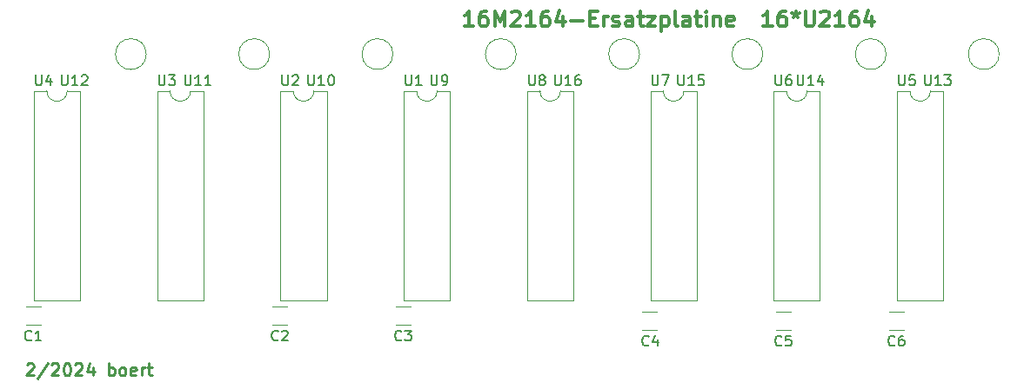
<source format=gbr>
%TF.GenerationSoftware,KiCad,Pcbnew,7.0.10*%
%TF.CreationDate,2024-02-06T22:07:37+01:00*%
%TF.ProjectId,16M2164_Ersatz_16dRAM,31364d32-3136-4345-9f45-727361747a5f,1*%
%TF.SameCoordinates,Original*%
%TF.FileFunction,Legend,Top*%
%TF.FilePolarity,Positive*%
%FSLAX46Y46*%
G04 Gerber Fmt 4.6, Leading zero omitted, Abs format (unit mm)*
G04 Created by KiCad (PCBNEW 7.0.10) date 2024-02-06 22:07:37*
%MOMM*%
%LPD*%
G01*
G04 APERTURE LIST*
%ADD10C,0.250000*%
%ADD11C,0.300000*%
%ADD12C,0.150000*%
%ADD13C,0.120000*%
G04 APERTURE END LIST*
D10*
X100133044Y-120254428D02*
X100190187Y-120197285D01*
X100190187Y-120197285D02*
X100304473Y-120140142D01*
X100304473Y-120140142D02*
X100590187Y-120140142D01*
X100590187Y-120140142D02*
X100704473Y-120197285D01*
X100704473Y-120197285D02*
X100761615Y-120254428D01*
X100761615Y-120254428D02*
X100818758Y-120368714D01*
X100818758Y-120368714D02*
X100818758Y-120483000D01*
X100818758Y-120483000D02*
X100761615Y-120654428D01*
X100761615Y-120654428D02*
X100075901Y-121340142D01*
X100075901Y-121340142D02*
X100818758Y-121340142D01*
X102190187Y-120083000D02*
X101161615Y-121625857D01*
X102533044Y-120254428D02*
X102590187Y-120197285D01*
X102590187Y-120197285D02*
X102704473Y-120140142D01*
X102704473Y-120140142D02*
X102990187Y-120140142D01*
X102990187Y-120140142D02*
X103104473Y-120197285D01*
X103104473Y-120197285D02*
X103161615Y-120254428D01*
X103161615Y-120254428D02*
X103218758Y-120368714D01*
X103218758Y-120368714D02*
X103218758Y-120483000D01*
X103218758Y-120483000D02*
X103161615Y-120654428D01*
X103161615Y-120654428D02*
X102475901Y-121340142D01*
X102475901Y-121340142D02*
X103218758Y-121340142D01*
X103961615Y-120140142D02*
X104075901Y-120140142D01*
X104075901Y-120140142D02*
X104190187Y-120197285D01*
X104190187Y-120197285D02*
X104247330Y-120254428D01*
X104247330Y-120254428D02*
X104304472Y-120368714D01*
X104304472Y-120368714D02*
X104361615Y-120597285D01*
X104361615Y-120597285D02*
X104361615Y-120883000D01*
X104361615Y-120883000D02*
X104304472Y-121111571D01*
X104304472Y-121111571D02*
X104247330Y-121225857D01*
X104247330Y-121225857D02*
X104190187Y-121283000D01*
X104190187Y-121283000D02*
X104075901Y-121340142D01*
X104075901Y-121340142D02*
X103961615Y-121340142D01*
X103961615Y-121340142D02*
X103847330Y-121283000D01*
X103847330Y-121283000D02*
X103790187Y-121225857D01*
X103790187Y-121225857D02*
X103733044Y-121111571D01*
X103733044Y-121111571D02*
X103675901Y-120883000D01*
X103675901Y-120883000D02*
X103675901Y-120597285D01*
X103675901Y-120597285D02*
X103733044Y-120368714D01*
X103733044Y-120368714D02*
X103790187Y-120254428D01*
X103790187Y-120254428D02*
X103847330Y-120197285D01*
X103847330Y-120197285D02*
X103961615Y-120140142D01*
X104818758Y-120254428D02*
X104875901Y-120197285D01*
X104875901Y-120197285D02*
X104990187Y-120140142D01*
X104990187Y-120140142D02*
X105275901Y-120140142D01*
X105275901Y-120140142D02*
X105390187Y-120197285D01*
X105390187Y-120197285D02*
X105447329Y-120254428D01*
X105447329Y-120254428D02*
X105504472Y-120368714D01*
X105504472Y-120368714D02*
X105504472Y-120483000D01*
X105504472Y-120483000D02*
X105447329Y-120654428D01*
X105447329Y-120654428D02*
X104761615Y-121340142D01*
X104761615Y-121340142D02*
X105504472Y-121340142D01*
X106533044Y-120540142D02*
X106533044Y-121340142D01*
X106247329Y-120083000D02*
X105961615Y-120940142D01*
X105961615Y-120940142D02*
X106704472Y-120940142D01*
X108075901Y-121340142D02*
X108075901Y-120140142D01*
X108075901Y-120597285D02*
X108190187Y-120540142D01*
X108190187Y-120540142D02*
X108418758Y-120540142D01*
X108418758Y-120540142D02*
X108533044Y-120597285D01*
X108533044Y-120597285D02*
X108590187Y-120654428D01*
X108590187Y-120654428D02*
X108647329Y-120768714D01*
X108647329Y-120768714D02*
X108647329Y-121111571D01*
X108647329Y-121111571D02*
X108590187Y-121225857D01*
X108590187Y-121225857D02*
X108533044Y-121283000D01*
X108533044Y-121283000D02*
X108418758Y-121340142D01*
X108418758Y-121340142D02*
X108190187Y-121340142D01*
X108190187Y-121340142D02*
X108075901Y-121283000D01*
X109333043Y-121340142D02*
X109218758Y-121283000D01*
X109218758Y-121283000D02*
X109161615Y-121225857D01*
X109161615Y-121225857D02*
X109104472Y-121111571D01*
X109104472Y-121111571D02*
X109104472Y-120768714D01*
X109104472Y-120768714D02*
X109161615Y-120654428D01*
X109161615Y-120654428D02*
X109218758Y-120597285D01*
X109218758Y-120597285D02*
X109333043Y-120540142D01*
X109333043Y-120540142D02*
X109504472Y-120540142D01*
X109504472Y-120540142D02*
X109618758Y-120597285D01*
X109618758Y-120597285D02*
X109675901Y-120654428D01*
X109675901Y-120654428D02*
X109733043Y-120768714D01*
X109733043Y-120768714D02*
X109733043Y-121111571D01*
X109733043Y-121111571D02*
X109675901Y-121225857D01*
X109675901Y-121225857D02*
X109618758Y-121283000D01*
X109618758Y-121283000D02*
X109504472Y-121340142D01*
X109504472Y-121340142D02*
X109333043Y-121340142D01*
X110704472Y-121283000D02*
X110590186Y-121340142D01*
X110590186Y-121340142D02*
X110361615Y-121340142D01*
X110361615Y-121340142D02*
X110247329Y-121283000D01*
X110247329Y-121283000D02*
X110190186Y-121168714D01*
X110190186Y-121168714D02*
X110190186Y-120711571D01*
X110190186Y-120711571D02*
X110247329Y-120597285D01*
X110247329Y-120597285D02*
X110361615Y-120540142D01*
X110361615Y-120540142D02*
X110590186Y-120540142D01*
X110590186Y-120540142D02*
X110704472Y-120597285D01*
X110704472Y-120597285D02*
X110761615Y-120711571D01*
X110761615Y-120711571D02*
X110761615Y-120825857D01*
X110761615Y-120825857D02*
X110190186Y-120940142D01*
X111275900Y-121340142D02*
X111275900Y-120540142D01*
X111275900Y-120768714D02*
X111333043Y-120654428D01*
X111333043Y-120654428D02*
X111390186Y-120597285D01*
X111390186Y-120597285D02*
X111504471Y-120540142D01*
X111504471Y-120540142D02*
X111618757Y-120540142D01*
X111847328Y-120540142D02*
X112304471Y-120540142D01*
X112018757Y-120140142D02*
X112018757Y-121168714D01*
X112018757Y-121168714D02*
X112075900Y-121283000D01*
X112075900Y-121283000D02*
X112190185Y-121340142D01*
X112190185Y-121340142D02*
X112304471Y-121340142D01*
D11*
X143580225Y-87300828D02*
X142723082Y-87300828D01*
X143151653Y-87300828D02*
X143151653Y-85800828D01*
X143151653Y-85800828D02*
X143008796Y-86015114D01*
X143008796Y-86015114D02*
X142865939Y-86157971D01*
X142865939Y-86157971D02*
X142723082Y-86229400D01*
X144865939Y-85800828D02*
X144580224Y-85800828D01*
X144580224Y-85800828D02*
X144437367Y-85872257D01*
X144437367Y-85872257D02*
X144365939Y-85943685D01*
X144365939Y-85943685D02*
X144223081Y-86157971D01*
X144223081Y-86157971D02*
X144151653Y-86443685D01*
X144151653Y-86443685D02*
X144151653Y-87015114D01*
X144151653Y-87015114D02*
X144223081Y-87157971D01*
X144223081Y-87157971D02*
X144294510Y-87229400D01*
X144294510Y-87229400D02*
X144437367Y-87300828D01*
X144437367Y-87300828D02*
X144723081Y-87300828D01*
X144723081Y-87300828D02*
X144865939Y-87229400D01*
X144865939Y-87229400D02*
X144937367Y-87157971D01*
X144937367Y-87157971D02*
X145008796Y-87015114D01*
X145008796Y-87015114D02*
X145008796Y-86657971D01*
X145008796Y-86657971D02*
X144937367Y-86515114D01*
X144937367Y-86515114D02*
X144865939Y-86443685D01*
X144865939Y-86443685D02*
X144723081Y-86372257D01*
X144723081Y-86372257D02*
X144437367Y-86372257D01*
X144437367Y-86372257D02*
X144294510Y-86443685D01*
X144294510Y-86443685D02*
X144223081Y-86515114D01*
X144223081Y-86515114D02*
X144151653Y-86657971D01*
X145651652Y-87300828D02*
X145651652Y-85800828D01*
X145651652Y-85800828D02*
X146151652Y-86872257D01*
X146151652Y-86872257D02*
X146651652Y-85800828D01*
X146651652Y-85800828D02*
X146651652Y-87300828D01*
X147294510Y-85943685D02*
X147365938Y-85872257D01*
X147365938Y-85872257D02*
X147508796Y-85800828D01*
X147508796Y-85800828D02*
X147865938Y-85800828D01*
X147865938Y-85800828D02*
X148008796Y-85872257D01*
X148008796Y-85872257D02*
X148080224Y-85943685D01*
X148080224Y-85943685D02*
X148151653Y-86086542D01*
X148151653Y-86086542D02*
X148151653Y-86229400D01*
X148151653Y-86229400D02*
X148080224Y-86443685D01*
X148080224Y-86443685D02*
X147223081Y-87300828D01*
X147223081Y-87300828D02*
X148151653Y-87300828D01*
X149580224Y-87300828D02*
X148723081Y-87300828D01*
X149151652Y-87300828D02*
X149151652Y-85800828D01*
X149151652Y-85800828D02*
X149008795Y-86015114D01*
X149008795Y-86015114D02*
X148865938Y-86157971D01*
X148865938Y-86157971D02*
X148723081Y-86229400D01*
X150865938Y-85800828D02*
X150580223Y-85800828D01*
X150580223Y-85800828D02*
X150437366Y-85872257D01*
X150437366Y-85872257D02*
X150365938Y-85943685D01*
X150365938Y-85943685D02*
X150223080Y-86157971D01*
X150223080Y-86157971D02*
X150151652Y-86443685D01*
X150151652Y-86443685D02*
X150151652Y-87015114D01*
X150151652Y-87015114D02*
X150223080Y-87157971D01*
X150223080Y-87157971D02*
X150294509Y-87229400D01*
X150294509Y-87229400D02*
X150437366Y-87300828D01*
X150437366Y-87300828D02*
X150723080Y-87300828D01*
X150723080Y-87300828D02*
X150865938Y-87229400D01*
X150865938Y-87229400D02*
X150937366Y-87157971D01*
X150937366Y-87157971D02*
X151008795Y-87015114D01*
X151008795Y-87015114D02*
X151008795Y-86657971D01*
X151008795Y-86657971D02*
X150937366Y-86515114D01*
X150937366Y-86515114D02*
X150865938Y-86443685D01*
X150865938Y-86443685D02*
X150723080Y-86372257D01*
X150723080Y-86372257D02*
X150437366Y-86372257D01*
X150437366Y-86372257D02*
X150294509Y-86443685D01*
X150294509Y-86443685D02*
X150223080Y-86515114D01*
X150223080Y-86515114D02*
X150151652Y-86657971D01*
X152294509Y-86300828D02*
X152294509Y-87300828D01*
X151937366Y-85729400D02*
X151580223Y-86800828D01*
X151580223Y-86800828D02*
X152508794Y-86800828D01*
X153080222Y-86729400D02*
X154223080Y-86729400D01*
X154937365Y-86515114D02*
X155437365Y-86515114D01*
X155651651Y-87300828D02*
X154937365Y-87300828D01*
X154937365Y-87300828D02*
X154937365Y-85800828D01*
X154937365Y-85800828D02*
X155651651Y-85800828D01*
X156294508Y-87300828D02*
X156294508Y-86300828D01*
X156294508Y-86586542D02*
X156365937Y-86443685D01*
X156365937Y-86443685D02*
X156437366Y-86372257D01*
X156437366Y-86372257D02*
X156580223Y-86300828D01*
X156580223Y-86300828D02*
X156723080Y-86300828D01*
X157151651Y-87229400D02*
X157294508Y-87300828D01*
X157294508Y-87300828D02*
X157580222Y-87300828D01*
X157580222Y-87300828D02*
X157723079Y-87229400D01*
X157723079Y-87229400D02*
X157794508Y-87086542D01*
X157794508Y-87086542D02*
X157794508Y-87015114D01*
X157794508Y-87015114D02*
X157723079Y-86872257D01*
X157723079Y-86872257D02*
X157580222Y-86800828D01*
X157580222Y-86800828D02*
X157365937Y-86800828D01*
X157365937Y-86800828D02*
X157223079Y-86729400D01*
X157223079Y-86729400D02*
X157151651Y-86586542D01*
X157151651Y-86586542D02*
X157151651Y-86515114D01*
X157151651Y-86515114D02*
X157223079Y-86372257D01*
X157223079Y-86372257D02*
X157365937Y-86300828D01*
X157365937Y-86300828D02*
X157580222Y-86300828D01*
X157580222Y-86300828D02*
X157723079Y-86372257D01*
X159080223Y-87300828D02*
X159080223Y-86515114D01*
X159080223Y-86515114D02*
X159008794Y-86372257D01*
X159008794Y-86372257D02*
X158865937Y-86300828D01*
X158865937Y-86300828D02*
X158580223Y-86300828D01*
X158580223Y-86300828D02*
X158437365Y-86372257D01*
X159080223Y-87229400D02*
X158937365Y-87300828D01*
X158937365Y-87300828D02*
X158580223Y-87300828D01*
X158580223Y-87300828D02*
X158437365Y-87229400D01*
X158437365Y-87229400D02*
X158365937Y-87086542D01*
X158365937Y-87086542D02*
X158365937Y-86943685D01*
X158365937Y-86943685D02*
X158437365Y-86800828D01*
X158437365Y-86800828D02*
X158580223Y-86729400D01*
X158580223Y-86729400D02*
X158937365Y-86729400D01*
X158937365Y-86729400D02*
X159080223Y-86657971D01*
X159580223Y-86300828D02*
X160151651Y-86300828D01*
X159794508Y-85800828D02*
X159794508Y-87086542D01*
X159794508Y-87086542D02*
X159865937Y-87229400D01*
X159865937Y-87229400D02*
X160008794Y-87300828D01*
X160008794Y-87300828D02*
X160151651Y-87300828D01*
X160508794Y-86300828D02*
X161294509Y-86300828D01*
X161294509Y-86300828D02*
X160508794Y-87300828D01*
X160508794Y-87300828D02*
X161294509Y-87300828D01*
X161865937Y-86300828D02*
X161865937Y-87800828D01*
X161865937Y-86372257D02*
X162008795Y-86300828D01*
X162008795Y-86300828D02*
X162294509Y-86300828D01*
X162294509Y-86300828D02*
X162437366Y-86372257D01*
X162437366Y-86372257D02*
X162508795Y-86443685D01*
X162508795Y-86443685D02*
X162580223Y-86586542D01*
X162580223Y-86586542D02*
X162580223Y-87015114D01*
X162580223Y-87015114D02*
X162508795Y-87157971D01*
X162508795Y-87157971D02*
X162437366Y-87229400D01*
X162437366Y-87229400D02*
X162294509Y-87300828D01*
X162294509Y-87300828D02*
X162008795Y-87300828D01*
X162008795Y-87300828D02*
X161865937Y-87229400D01*
X163437366Y-87300828D02*
X163294509Y-87229400D01*
X163294509Y-87229400D02*
X163223080Y-87086542D01*
X163223080Y-87086542D02*
X163223080Y-85800828D01*
X164651652Y-87300828D02*
X164651652Y-86515114D01*
X164651652Y-86515114D02*
X164580223Y-86372257D01*
X164580223Y-86372257D02*
X164437366Y-86300828D01*
X164437366Y-86300828D02*
X164151652Y-86300828D01*
X164151652Y-86300828D02*
X164008794Y-86372257D01*
X164651652Y-87229400D02*
X164508794Y-87300828D01*
X164508794Y-87300828D02*
X164151652Y-87300828D01*
X164151652Y-87300828D02*
X164008794Y-87229400D01*
X164008794Y-87229400D02*
X163937366Y-87086542D01*
X163937366Y-87086542D02*
X163937366Y-86943685D01*
X163937366Y-86943685D02*
X164008794Y-86800828D01*
X164008794Y-86800828D02*
X164151652Y-86729400D01*
X164151652Y-86729400D02*
X164508794Y-86729400D01*
X164508794Y-86729400D02*
X164651652Y-86657971D01*
X165151652Y-86300828D02*
X165723080Y-86300828D01*
X165365937Y-85800828D02*
X165365937Y-87086542D01*
X165365937Y-87086542D02*
X165437366Y-87229400D01*
X165437366Y-87229400D02*
X165580223Y-87300828D01*
X165580223Y-87300828D02*
X165723080Y-87300828D01*
X166223080Y-87300828D02*
X166223080Y-86300828D01*
X166223080Y-85800828D02*
X166151652Y-85872257D01*
X166151652Y-85872257D02*
X166223080Y-85943685D01*
X166223080Y-85943685D02*
X166294509Y-85872257D01*
X166294509Y-85872257D02*
X166223080Y-85800828D01*
X166223080Y-85800828D02*
X166223080Y-85943685D01*
X166937366Y-86300828D02*
X166937366Y-87300828D01*
X166937366Y-86443685D02*
X167008795Y-86372257D01*
X167008795Y-86372257D02*
X167151652Y-86300828D01*
X167151652Y-86300828D02*
X167365938Y-86300828D01*
X167365938Y-86300828D02*
X167508795Y-86372257D01*
X167508795Y-86372257D02*
X167580224Y-86515114D01*
X167580224Y-86515114D02*
X167580224Y-87300828D01*
X168865938Y-87229400D02*
X168723081Y-87300828D01*
X168723081Y-87300828D02*
X168437367Y-87300828D01*
X168437367Y-87300828D02*
X168294509Y-87229400D01*
X168294509Y-87229400D02*
X168223081Y-87086542D01*
X168223081Y-87086542D02*
X168223081Y-86515114D01*
X168223081Y-86515114D02*
X168294509Y-86372257D01*
X168294509Y-86372257D02*
X168437367Y-86300828D01*
X168437367Y-86300828D02*
X168723081Y-86300828D01*
X168723081Y-86300828D02*
X168865938Y-86372257D01*
X168865938Y-86372257D02*
X168937367Y-86515114D01*
X168937367Y-86515114D02*
X168937367Y-86657971D01*
X168937367Y-86657971D02*
X168223081Y-86800828D01*
X172651652Y-87300828D02*
X171794509Y-87300828D01*
X172223080Y-87300828D02*
X172223080Y-85800828D01*
X172223080Y-85800828D02*
X172080223Y-86015114D01*
X172080223Y-86015114D02*
X171937366Y-86157971D01*
X171937366Y-86157971D02*
X171794509Y-86229400D01*
X173937366Y-85800828D02*
X173651651Y-85800828D01*
X173651651Y-85800828D02*
X173508794Y-85872257D01*
X173508794Y-85872257D02*
X173437366Y-85943685D01*
X173437366Y-85943685D02*
X173294508Y-86157971D01*
X173294508Y-86157971D02*
X173223080Y-86443685D01*
X173223080Y-86443685D02*
X173223080Y-87015114D01*
X173223080Y-87015114D02*
X173294508Y-87157971D01*
X173294508Y-87157971D02*
X173365937Y-87229400D01*
X173365937Y-87229400D02*
X173508794Y-87300828D01*
X173508794Y-87300828D02*
X173794508Y-87300828D01*
X173794508Y-87300828D02*
X173937366Y-87229400D01*
X173937366Y-87229400D02*
X174008794Y-87157971D01*
X174008794Y-87157971D02*
X174080223Y-87015114D01*
X174080223Y-87015114D02*
X174080223Y-86657971D01*
X174080223Y-86657971D02*
X174008794Y-86515114D01*
X174008794Y-86515114D02*
X173937366Y-86443685D01*
X173937366Y-86443685D02*
X173794508Y-86372257D01*
X173794508Y-86372257D02*
X173508794Y-86372257D01*
X173508794Y-86372257D02*
X173365937Y-86443685D01*
X173365937Y-86443685D02*
X173294508Y-86515114D01*
X173294508Y-86515114D02*
X173223080Y-86657971D01*
X174937365Y-85800828D02*
X174937365Y-86157971D01*
X174580222Y-86015114D02*
X174937365Y-86157971D01*
X174937365Y-86157971D02*
X175294508Y-86015114D01*
X174723079Y-86443685D02*
X174937365Y-86157971D01*
X174937365Y-86157971D02*
X175151651Y-86443685D01*
X175865936Y-85800828D02*
X175865936Y-87015114D01*
X175865936Y-87015114D02*
X175937365Y-87157971D01*
X175937365Y-87157971D02*
X176008794Y-87229400D01*
X176008794Y-87229400D02*
X176151651Y-87300828D01*
X176151651Y-87300828D02*
X176437365Y-87300828D01*
X176437365Y-87300828D02*
X176580222Y-87229400D01*
X176580222Y-87229400D02*
X176651651Y-87157971D01*
X176651651Y-87157971D02*
X176723079Y-87015114D01*
X176723079Y-87015114D02*
X176723079Y-85800828D01*
X177365937Y-85943685D02*
X177437365Y-85872257D01*
X177437365Y-85872257D02*
X177580223Y-85800828D01*
X177580223Y-85800828D02*
X177937365Y-85800828D01*
X177937365Y-85800828D02*
X178080223Y-85872257D01*
X178080223Y-85872257D02*
X178151651Y-85943685D01*
X178151651Y-85943685D02*
X178223080Y-86086542D01*
X178223080Y-86086542D02*
X178223080Y-86229400D01*
X178223080Y-86229400D02*
X178151651Y-86443685D01*
X178151651Y-86443685D02*
X177294508Y-87300828D01*
X177294508Y-87300828D02*
X178223080Y-87300828D01*
X179651651Y-87300828D02*
X178794508Y-87300828D01*
X179223079Y-87300828D02*
X179223079Y-85800828D01*
X179223079Y-85800828D02*
X179080222Y-86015114D01*
X179080222Y-86015114D02*
X178937365Y-86157971D01*
X178937365Y-86157971D02*
X178794508Y-86229400D01*
X180937365Y-85800828D02*
X180651650Y-85800828D01*
X180651650Y-85800828D02*
X180508793Y-85872257D01*
X180508793Y-85872257D02*
X180437365Y-85943685D01*
X180437365Y-85943685D02*
X180294507Y-86157971D01*
X180294507Y-86157971D02*
X180223079Y-86443685D01*
X180223079Y-86443685D02*
X180223079Y-87015114D01*
X180223079Y-87015114D02*
X180294507Y-87157971D01*
X180294507Y-87157971D02*
X180365936Y-87229400D01*
X180365936Y-87229400D02*
X180508793Y-87300828D01*
X180508793Y-87300828D02*
X180794507Y-87300828D01*
X180794507Y-87300828D02*
X180937365Y-87229400D01*
X180937365Y-87229400D02*
X181008793Y-87157971D01*
X181008793Y-87157971D02*
X181080222Y-87015114D01*
X181080222Y-87015114D02*
X181080222Y-86657971D01*
X181080222Y-86657971D02*
X181008793Y-86515114D01*
X181008793Y-86515114D02*
X180937365Y-86443685D01*
X180937365Y-86443685D02*
X180794507Y-86372257D01*
X180794507Y-86372257D02*
X180508793Y-86372257D01*
X180508793Y-86372257D02*
X180365936Y-86443685D01*
X180365936Y-86443685D02*
X180294507Y-86515114D01*
X180294507Y-86515114D02*
X180223079Y-86657971D01*
X182365936Y-86300828D02*
X182365936Y-87300828D01*
X182008793Y-85729400D02*
X181651650Y-86800828D01*
X181651650Y-86800828D02*
X182580221Y-86800828D01*
D12*
X173573333Y-118359580D02*
X173525714Y-118407200D01*
X173525714Y-118407200D02*
X173382857Y-118454819D01*
X173382857Y-118454819D02*
X173287619Y-118454819D01*
X173287619Y-118454819D02*
X173144762Y-118407200D01*
X173144762Y-118407200D02*
X173049524Y-118311961D01*
X173049524Y-118311961D02*
X173001905Y-118216723D01*
X173001905Y-118216723D02*
X172954286Y-118026247D01*
X172954286Y-118026247D02*
X172954286Y-117883390D01*
X172954286Y-117883390D02*
X173001905Y-117692914D01*
X173001905Y-117692914D02*
X173049524Y-117597676D01*
X173049524Y-117597676D02*
X173144762Y-117502438D01*
X173144762Y-117502438D02*
X173287619Y-117454819D01*
X173287619Y-117454819D02*
X173382857Y-117454819D01*
X173382857Y-117454819D02*
X173525714Y-117502438D01*
X173525714Y-117502438D02*
X173573333Y-117550057D01*
X174478095Y-117454819D02*
X174001905Y-117454819D01*
X174001905Y-117454819D02*
X173954286Y-117931009D01*
X173954286Y-117931009D02*
X174001905Y-117883390D01*
X174001905Y-117883390D02*
X174097143Y-117835771D01*
X174097143Y-117835771D02*
X174335238Y-117835771D01*
X174335238Y-117835771D02*
X174430476Y-117883390D01*
X174430476Y-117883390D02*
X174478095Y-117931009D01*
X174478095Y-117931009D02*
X174525714Y-118026247D01*
X174525714Y-118026247D02*
X174525714Y-118264342D01*
X174525714Y-118264342D02*
X174478095Y-118359580D01*
X174478095Y-118359580D02*
X174430476Y-118407200D01*
X174430476Y-118407200D02*
X174335238Y-118454819D01*
X174335238Y-118454819D02*
X174097143Y-118454819D01*
X174097143Y-118454819D02*
X174001905Y-118407200D01*
X174001905Y-118407200D02*
X173954286Y-118359580D01*
X100573333Y-117859580D02*
X100525714Y-117907200D01*
X100525714Y-117907200D02*
X100382857Y-117954819D01*
X100382857Y-117954819D02*
X100287619Y-117954819D01*
X100287619Y-117954819D02*
X100144762Y-117907200D01*
X100144762Y-117907200D02*
X100049524Y-117811961D01*
X100049524Y-117811961D02*
X100001905Y-117716723D01*
X100001905Y-117716723D02*
X99954286Y-117526247D01*
X99954286Y-117526247D02*
X99954286Y-117383390D01*
X99954286Y-117383390D02*
X100001905Y-117192914D01*
X100001905Y-117192914D02*
X100049524Y-117097676D01*
X100049524Y-117097676D02*
X100144762Y-117002438D01*
X100144762Y-117002438D02*
X100287619Y-116954819D01*
X100287619Y-116954819D02*
X100382857Y-116954819D01*
X100382857Y-116954819D02*
X100525714Y-117002438D01*
X100525714Y-117002438D02*
X100573333Y-117050057D01*
X101525714Y-117954819D02*
X100954286Y-117954819D01*
X101240000Y-117954819D02*
X101240000Y-116954819D01*
X101240000Y-116954819D02*
X101144762Y-117097676D01*
X101144762Y-117097676D02*
X101049524Y-117192914D01*
X101049524Y-117192914D02*
X100954286Y-117240533D01*
X124573333Y-117859580D02*
X124525714Y-117907200D01*
X124525714Y-117907200D02*
X124382857Y-117954819D01*
X124382857Y-117954819D02*
X124287619Y-117954819D01*
X124287619Y-117954819D02*
X124144762Y-117907200D01*
X124144762Y-117907200D02*
X124049524Y-117811961D01*
X124049524Y-117811961D02*
X124001905Y-117716723D01*
X124001905Y-117716723D02*
X123954286Y-117526247D01*
X123954286Y-117526247D02*
X123954286Y-117383390D01*
X123954286Y-117383390D02*
X124001905Y-117192914D01*
X124001905Y-117192914D02*
X124049524Y-117097676D01*
X124049524Y-117097676D02*
X124144762Y-117002438D01*
X124144762Y-117002438D02*
X124287619Y-116954819D01*
X124287619Y-116954819D02*
X124382857Y-116954819D01*
X124382857Y-116954819D02*
X124525714Y-117002438D01*
X124525714Y-117002438D02*
X124573333Y-117050057D01*
X124954286Y-117050057D02*
X125001905Y-117002438D01*
X125001905Y-117002438D02*
X125097143Y-116954819D01*
X125097143Y-116954819D02*
X125335238Y-116954819D01*
X125335238Y-116954819D02*
X125430476Y-117002438D01*
X125430476Y-117002438D02*
X125478095Y-117050057D01*
X125478095Y-117050057D02*
X125525714Y-117145295D01*
X125525714Y-117145295D02*
X125525714Y-117240533D01*
X125525714Y-117240533D02*
X125478095Y-117383390D01*
X125478095Y-117383390D02*
X124906667Y-117954819D01*
X124906667Y-117954819D02*
X125525714Y-117954819D01*
X136573333Y-117859580D02*
X136525714Y-117907200D01*
X136525714Y-117907200D02*
X136382857Y-117954819D01*
X136382857Y-117954819D02*
X136287619Y-117954819D01*
X136287619Y-117954819D02*
X136144762Y-117907200D01*
X136144762Y-117907200D02*
X136049524Y-117811961D01*
X136049524Y-117811961D02*
X136001905Y-117716723D01*
X136001905Y-117716723D02*
X135954286Y-117526247D01*
X135954286Y-117526247D02*
X135954286Y-117383390D01*
X135954286Y-117383390D02*
X136001905Y-117192914D01*
X136001905Y-117192914D02*
X136049524Y-117097676D01*
X136049524Y-117097676D02*
X136144762Y-117002438D01*
X136144762Y-117002438D02*
X136287619Y-116954819D01*
X136287619Y-116954819D02*
X136382857Y-116954819D01*
X136382857Y-116954819D02*
X136525714Y-117002438D01*
X136525714Y-117002438D02*
X136573333Y-117050057D01*
X136906667Y-116954819D02*
X137525714Y-116954819D01*
X137525714Y-116954819D02*
X137192381Y-117335771D01*
X137192381Y-117335771D02*
X137335238Y-117335771D01*
X137335238Y-117335771D02*
X137430476Y-117383390D01*
X137430476Y-117383390D02*
X137478095Y-117431009D01*
X137478095Y-117431009D02*
X137525714Y-117526247D01*
X137525714Y-117526247D02*
X137525714Y-117764342D01*
X137525714Y-117764342D02*
X137478095Y-117859580D01*
X137478095Y-117859580D02*
X137430476Y-117907200D01*
X137430476Y-117907200D02*
X137335238Y-117954819D01*
X137335238Y-117954819D02*
X137049524Y-117954819D01*
X137049524Y-117954819D02*
X136954286Y-117907200D01*
X136954286Y-117907200D02*
X136906667Y-117859580D01*
X160633333Y-118359580D02*
X160585714Y-118407200D01*
X160585714Y-118407200D02*
X160442857Y-118454819D01*
X160442857Y-118454819D02*
X160347619Y-118454819D01*
X160347619Y-118454819D02*
X160204762Y-118407200D01*
X160204762Y-118407200D02*
X160109524Y-118311961D01*
X160109524Y-118311961D02*
X160061905Y-118216723D01*
X160061905Y-118216723D02*
X160014286Y-118026247D01*
X160014286Y-118026247D02*
X160014286Y-117883390D01*
X160014286Y-117883390D02*
X160061905Y-117692914D01*
X160061905Y-117692914D02*
X160109524Y-117597676D01*
X160109524Y-117597676D02*
X160204762Y-117502438D01*
X160204762Y-117502438D02*
X160347619Y-117454819D01*
X160347619Y-117454819D02*
X160442857Y-117454819D01*
X160442857Y-117454819D02*
X160585714Y-117502438D01*
X160585714Y-117502438D02*
X160633333Y-117550057D01*
X161490476Y-117788152D02*
X161490476Y-118454819D01*
X161252381Y-117407200D02*
X161014286Y-118121485D01*
X161014286Y-118121485D02*
X161633333Y-118121485D01*
X184573333Y-118359580D02*
X184525714Y-118407200D01*
X184525714Y-118407200D02*
X184382857Y-118454819D01*
X184382857Y-118454819D02*
X184287619Y-118454819D01*
X184287619Y-118454819D02*
X184144762Y-118407200D01*
X184144762Y-118407200D02*
X184049524Y-118311961D01*
X184049524Y-118311961D02*
X184001905Y-118216723D01*
X184001905Y-118216723D02*
X183954286Y-118026247D01*
X183954286Y-118026247D02*
X183954286Y-117883390D01*
X183954286Y-117883390D02*
X184001905Y-117692914D01*
X184001905Y-117692914D02*
X184049524Y-117597676D01*
X184049524Y-117597676D02*
X184144762Y-117502438D01*
X184144762Y-117502438D02*
X184287619Y-117454819D01*
X184287619Y-117454819D02*
X184382857Y-117454819D01*
X184382857Y-117454819D02*
X184525714Y-117502438D01*
X184525714Y-117502438D02*
X184573333Y-117550057D01*
X185430476Y-117454819D02*
X185240000Y-117454819D01*
X185240000Y-117454819D02*
X185144762Y-117502438D01*
X185144762Y-117502438D02*
X185097143Y-117550057D01*
X185097143Y-117550057D02*
X185001905Y-117692914D01*
X185001905Y-117692914D02*
X184954286Y-117883390D01*
X184954286Y-117883390D02*
X184954286Y-118264342D01*
X184954286Y-118264342D02*
X185001905Y-118359580D01*
X185001905Y-118359580D02*
X185049524Y-118407200D01*
X185049524Y-118407200D02*
X185144762Y-118454819D01*
X185144762Y-118454819D02*
X185335238Y-118454819D01*
X185335238Y-118454819D02*
X185430476Y-118407200D01*
X185430476Y-118407200D02*
X185478095Y-118359580D01*
X185478095Y-118359580D02*
X185525714Y-118264342D01*
X185525714Y-118264342D02*
X185525714Y-118026247D01*
X185525714Y-118026247D02*
X185478095Y-117931009D01*
X185478095Y-117931009D02*
X185430476Y-117883390D01*
X185430476Y-117883390D02*
X185335238Y-117835771D01*
X185335238Y-117835771D02*
X185144762Y-117835771D01*
X185144762Y-117835771D02*
X185049524Y-117883390D01*
X185049524Y-117883390D02*
X185001905Y-117931009D01*
X185001905Y-117931009D02*
X184954286Y-118026247D01*
X184978095Y-92044819D02*
X184978095Y-92854342D01*
X184978095Y-92854342D02*
X185025714Y-92949580D01*
X185025714Y-92949580D02*
X185073333Y-92997200D01*
X185073333Y-92997200D02*
X185168571Y-93044819D01*
X185168571Y-93044819D02*
X185359047Y-93044819D01*
X185359047Y-93044819D02*
X185454285Y-92997200D01*
X185454285Y-92997200D02*
X185501904Y-92949580D01*
X185501904Y-92949580D02*
X185549523Y-92854342D01*
X185549523Y-92854342D02*
X185549523Y-92044819D01*
X186501904Y-92044819D02*
X186025714Y-92044819D01*
X186025714Y-92044819D02*
X185978095Y-92521009D01*
X185978095Y-92521009D02*
X186025714Y-92473390D01*
X186025714Y-92473390D02*
X186120952Y-92425771D01*
X186120952Y-92425771D02*
X186359047Y-92425771D01*
X186359047Y-92425771D02*
X186454285Y-92473390D01*
X186454285Y-92473390D02*
X186501904Y-92521009D01*
X186501904Y-92521009D02*
X186549523Y-92616247D01*
X186549523Y-92616247D02*
X186549523Y-92854342D01*
X186549523Y-92854342D02*
X186501904Y-92949580D01*
X186501904Y-92949580D02*
X186454285Y-92997200D01*
X186454285Y-92997200D02*
X186359047Y-93044819D01*
X186359047Y-93044819D02*
X186120952Y-93044819D01*
X186120952Y-93044819D02*
X186025714Y-92997200D01*
X186025714Y-92997200D02*
X185978095Y-92949580D01*
X175121905Y-92044819D02*
X175121905Y-92854342D01*
X175121905Y-92854342D02*
X175169524Y-92949580D01*
X175169524Y-92949580D02*
X175217143Y-92997200D01*
X175217143Y-92997200D02*
X175312381Y-93044819D01*
X175312381Y-93044819D02*
X175502857Y-93044819D01*
X175502857Y-93044819D02*
X175598095Y-92997200D01*
X175598095Y-92997200D02*
X175645714Y-92949580D01*
X175645714Y-92949580D02*
X175693333Y-92854342D01*
X175693333Y-92854342D02*
X175693333Y-92044819D01*
X176693333Y-93044819D02*
X176121905Y-93044819D01*
X176407619Y-93044819D02*
X176407619Y-92044819D01*
X176407619Y-92044819D02*
X176312381Y-92187676D01*
X176312381Y-92187676D02*
X176217143Y-92282914D01*
X176217143Y-92282914D02*
X176121905Y-92330533D01*
X177550476Y-92378152D02*
X177550476Y-93044819D01*
X177312381Y-91997200D02*
X177074286Y-92711485D01*
X177074286Y-92711485D02*
X177693333Y-92711485D01*
X148978095Y-92044819D02*
X148978095Y-92854342D01*
X148978095Y-92854342D02*
X149025714Y-92949580D01*
X149025714Y-92949580D02*
X149073333Y-92997200D01*
X149073333Y-92997200D02*
X149168571Y-93044819D01*
X149168571Y-93044819D02*
X149359047Y-93044819D01*
X149359047Y-93044819D02*
X149454285Y-92997200D01*
X149454285Y-92997200D02*
X149501904Y-92949580D01*
X149501904Y-92949580D02*
X149549523Y-92854342D01*
X149549523Y-92854342D02*
X149549523Y-92044819D01*
X150168571Y-92473390D02*
X150073333Y-92425771D01*
X150073333Y-92425771D02*
X150025714Y-92378152D01*
X150025714Y-92378152D02*
X149978095Y-92282914D01*
X149978095Y-92282914D02*
X149978095Y-92235295D01*
X149978095Y-92235295D02*
X150025714Y-92140057D01*
X150025714Y-92140057D02*
X150073333Y-92092438D01*
X150073333Y-92092438D02*
X150168571Y-92044819D01*
X150168571Y-92044819D02*
X150359047Y-92044819D01*
X150359047Y-92044819D02*
X150454285Y-92092438D01*
X150454285Y-92092438D02*
X150501904Y-92140057D01*
X150501904Y-92140057D02*
X150549523Y-92235295D01*
X150549523Y-92235295D02*
X150549523Y-92282914D01*
X150549523Y-92282914D02*
X150501904Y-92378152D01*
X150501904Y-92378152D02*
X150454285Y-92425771D01*
X150454285Y-92425771D02*
X150359047Y-92473390D01*
X150359047Y-92473390D02*
X150168571Y-92473390D01*
X150168571Y-92473390D02*
X150073333Y-92521009D01*
X150073333Y-92521009D02*
X150025714Y-92568628D01*
X150025714Y-92568628D02*
X149978095Y-92663866D01*
X149978095Y-92663866D02*
X149978095Y-92854342D01*
X149978095Y-92854342D02*
X150025714Y-92949580D01*
X150025714Y-92949580D02*
X150073333Y-92997200D01*
X150073333Y-92997200D02*
X150168571Y-93044819D01*
X150168571Y-93044819D02*
X150359047Y-93044819D01*
X150359047Y-93044819D02*
X150454285Y-92997200D01*
X150454285Y-92997200D02*
X150501904Y-92949580D01*
X150501904Y-92949580D02*
X150549523Y-92854342D01*
X150549523Y-92854342D02*
X150549523Y-92663866D01*
X150549523Y-92663866D02*
X150501904Y-92568628D01*
X150501904Y-92568628D02*
X150454285Y-92521009D01*
X150454285Y-92521009D02*
X150359047Y-92473390D01*
X151501905Y-92044819D02*
X151501905Y-92854342D01*
X151501905Y-92854342D02*
X151549524Y-92949580D01*
X151549524Y-92949580D02*
X151597143Y-92997200D01*
X151597143Y-92997200D02*
X151692381Y-93044819D01*
X151692381Y-93044819D02*
X151882857Y-93044819D01*
X151882857Y-93044819D02*
X151978095Y-92997200D01*
X151978095Y-92997200D02*
X152025714Y-92949580D01*
X152025714Y-92949580D02*
X152073333Y-92854342D01*
X152073333Y-92854342D02*
X152073333Y-92044819D01*
X153073333Y-93044819D02*
X152501905Y-93044819D01*
X152787619Y-93044819D02*
X152787619Y-92044819D01*
X152787619Y-92044819D02*
X152692381Y-92187676D01*
X152692381Y-92187676D02*
X152597143Y-92282914D01*
X152597143Y-92282914D02*
X152501905Y-92330533D01*
X153930476Y-92044819D02*
X153740000Y-92044819D01*
X153740000Y-92044819D02*
X153644762Y-92092438D01*
X153644762Y-92092438D02*
X153597143Y-92140057D01*
X153597143Y-92140057D02*
X153501905Y-92282914D01*
X153501905Y-92282914D02*
X153454286Y-92473390D01*
X153454286Y-92473390D02*
X153454286Y-92854342D01*
X153454286Y-92854342D02*
X153501905Y-92949580D01*
X153501905Y-92949580D02*
X153549524Y-92997200D01*
X153549524Y-92997200D02*
X153644762Y-93044819D01*
X153644762Y-93044819D02*
X153835238Y-93044819D01*
X153835238Y-93044819D02*
X153930476Y-92997200D01*
X153930476Y-92997200D02*
X153978095Y-92949580D01*
X153978095Y-92949580D02*
X154025714Y-92854342D01*
X154025714Y-92854342D02*
X154025714Y-92616247D01*
X154025714Y-92616247D02*
X153978095Y-92521009D01*
X153978095Y-92521009D02*
X153930476Y-92473390D01*
X153930476Y-92473390D02*
X153835238Y-92425771D01*
X153835238Y-92425771D02*
X153644762Y-92425771D01*
X153644762Y-92425771D02*
X153549524Y-92473390D01*
X153549524Y-92473390D02*
X153501905Y-92521009D01*
X153501905Y-92521009D02*
X153454286Y-92616247D01*
X160978095Y-92044819D02*
X160978095Y-92854342D01*
X160978095Y-92854342D02*
X161025714Y-92949580D01*
X161025714Y-92949580D02*
X161073333Y-92997200D01*
X161073333Y-92997200D02*
X161168571Y-93044819D01*
X161168571Y-93044819D02*
X161359047Y-93044819D01*
X161359047Y-93044819D02*
X161454285Y-92997200D01*
X161454285Y-92997200D02*
X161501904Y-92949580D01*
X161501904Y-92949580D02*
X161549523Y-92854342D01*
X161549523Y-92854342D02*
X161549523Y-92044819D01*
X161930476Y-92044819D02*
X162597142Y-92044819D01*
X162597142Y-92044819D02*
X162168571Y-93044819D01*
X115501905Y-92044819D02*
X115501905Y-92854342D01*
X115501905Y-92854342D02*
X115549524Y-92949580D01*
X115549524Y-92949580D02*
X115597143Y-92997200D01*
X115597143Y-92997200D02*
X115692381Y-93044819D01*
X115692381Y-93044819D02*
X115882857Y-93044819D01*
X115882857Y-93044819D02*
X115978095Y-92997200D01*
X115978095Y-92997200D02*
X116025714Y-92949580D01*
X116025714Y-92949580D02*
X116073333Y-92854342D01*
X116073333Y-92854342D02*
X116073333Y-92044819D01*
X117073333Y-93044819D02*
X116501905Y-93044819D01*
X116787619Y-93044819D02*
X116787619Y-92044819D01*
X116787619Y-92044819D02*
X116692381Y-92187676D01*
X116692381Y-92187676D02*
X116597143Y-92282914D01*
X116597143Y-92282914D02*
X116501905Y-92330533D01*
X118025714Y-93044819D02*
X117454286Y-93044819D01*
X117740000Y-93044819D02*
X117740000Y-92044819D01*
X117740000Y-92044819D02*
X117644762Y-92187676D01*
X117644762Y-92187676D02*
X117549524Y-92282914D01*
X117549524Y-92282914D02*
X117454286Y-92330533D01*
X136978095Y-92044819D02*
X136978095Y-92854342D01*
X136978095Y-92854342D02*
X137025714Y-92949580D01*
X137025714Y-92949580D02*
X137073333Y-92997200D01*
X137073333Y-92997200D02*
X137168571Y-93044819D01*
X137168571Y-93044819D02*
X137359047Y-93044819D01*
X137359047Y-93044819D02*
X137454285Y-92997200D01*
X137454285Y-92997200D02*
X137501904Y-92949580D01*
X137501904Y-92949580D02*
X137549523Y-92854342D01*
X137549523Y-92854342D02*
X137549523Y-92044819D01*
X138549523Y-93044819D02*
X137978095Y-93044819D01*
X138263809Y-93044819D02*
X138263809Y-92044819D01*
X138263809Y-92044819D02*
X138168571Y-92187676D01*
X138168571Y-92187676D02*
X138073333Y-92282914D01*
X138073333Y-92282914D02*
X137978095Y-92330533D01*
X103501905Y-92044819D02*
X103501905Y-92854342D01*
X103501905Y-92854342D02*
X103549524Y-92949580D01*
X103549524Y-92949580D02*
X103597143Y-92997200D01*
X103597143Y-92997200D02*
X103692381Y-93044819D01*
X103692381Y-93044819D02*
X103882857Y-93044819D01*
X103882857Y-93044819D02*
X103978095Y-92997200D01*
X103978095Y-92997200D02*
X104025714Y-92949580D01*
X104025714Y-92949580D02*
X104073333Y-92854342D01*
X104073333Y-92854342D02*
X104073333Y-92044819D01*
X105073333Y-93044819D02*
X104501905Y-93044819D01*
X104787619Y-93044819D02*
X104787619Y-92044819D01*
X104787619Y-92044819D02*
X104692381Y-92187676D01*
X104692381Y-92187676D02*
X104597143Y-92282914D01*
X104597143Y-92282914D02*
X104501905Y-92330533D01*
X105454286Y-92140057D02*
X105501905Y-92092438D01*
X105501905Y-92092438D02*
X105597143Y-92044819D01*
X105597143Y-92044819D02*
X105835238Y-92044819D01*
X105835238Y-92044819D02*
X105930476Y-92092438D01*
X105930476Y-92092438D02*
X105978095Y-92140057D01*
X105978095Y-92140057D02*
X106025714Y-92235295D01*
X106025714Y-92235295D02*
X106025714Y-92330533D01*
X106025714Y-92330533D02*
X105978095Y-92473390D01*
X105978095Y-92473390D02*
X105406667Y-93044819D01*
X105406667Y-93044819D02*
X106025714Y-93044819D01*
X124978095Y-92044819D02*
X124978095Y-92854342D01*
X124978095Y-92854342D02*
X125025714Y-92949580D01*
X125025714Y-92949580D02*
X125073333Y-92997200D01*
X125073333Y-92997200D02*
X125168571Y-93044819D01*
X125168571Y-93044819D02*
X125359047Y-93044819D01*
X125359047Y-93044819D02*
X125454285Y-92997200D01*
X125454285Y-92997200D02*
X125501904Y-92949580D01*
X125501904Y-92949580D02*
X125549523Y-92854342D01*
X125549523Y-92854342D02*
X125549523Y-92044819D01*
X125978095Y-92140057D02*
X126025714Y-92092438D01*
X126025714Y-92092438D02*
X126120952Y-92044819D01*
X126120952Y-92044819D02*
X126359047Y-92044819D01*
X126359047Y-92044819D02*
X126454285Y-92092438D01*
X126454285Y-92092438D02*
X126501904Y-92140057D01*
X126501904Y-92140057D02*
X126549523Y-92235295D01*
X126549523Y-92235295D02*
X126549523Y-92330533D01*
X126549523Y-92330533D02*
X126501904Y-92473390D01*
X126501904Y-92473390D02*
X125930476Y-93044819D01*
X125930476Y-93044819D02*
X126549523Y-93044819D01*
X163501905Y-92044819D02*
X163501905Y-92854342D01*
X163501905Y-92854342D02*
X163549524Y-92949580D01*
X163549524Y-92949580D02*
X163597143Y-92997200D01*
X163597143Y-92997200D02*
X163692381Y-93044819D01*
X163692381Y-93044819D02*
X163882857Y-93044819D01*
X163882857Y-93044819D02*
X163978095Y-92997200D01*
X163978095Y-92997200D02*
X164025714Y-92949580D01*
X164025714Y-92949580D02*
X164073333Y-92854342D01*
X164073333Y-92854342D02*
X164073333Y-92044819D01*
X165073333Y-93044819D02*
X164501905Y-93044819D01*
X164787619Y-93044819D02*
X164787619Y-92044819D01*
X164787619Y-92044819D02*
X164692381Y-92187676D01*
X164692381Y-92187676D02*
X164597143Y-92282914D01*
X164597143Y-92282914D02*
X164501905Y-92330533D01*
X165978095Y-92044819D02*
X165501905Y-92044819D01*
X165501905Y-92044819D02*
X165454286Y-92521009D01*
X165454286Y-92521009D02*
X165501905Y-92473390D01*
X165501905Y-92473390D02*
X165597143Y-92425771D01*
X165597143Y-92425771D02*
X165835238Y-92425771D01*
X165835238Y-92425771D02*
X165930476Y-92473390D01*
X165930476Y-92473390D02*
X165978095Y-92521009D01*
X165978095Y-92521009D02*
X166025714Y-92616247D01*
X166025714Y-92616247D02*
X166025714Y-92854342D01*
X166025714Y-92854342D02*
X165978095Y-92949580D01*
X165978095Y-92949580D02*
X165930476Y-92997200D01*
X165930476Y-92997200D02*
X165835238Y-93044819D01*
X165835238Y-93044819D02*
X165597143Y-93044819D01*
X165597143Y-93044819D02*
X165501905Y-92997200D01*
X165501905Y-92997200D02*
X165454286Y-92949580D01*
X127501905Y-92044819D02*
X127501905Y-92854342D01*
X127501905Y-92854342D02*
X127549524Y-92949580D01*
X127549524Y-92949580D02*
X127597143Y-92997200D01*
X127597143Y-92997200D02*
X127692381Y-93044819D01*
X127692381Y-93044819D02*
X127882857Y-93044819D01*
X127882857Y-93044819D02*
X127978095Y-92997200D01*
X127978095Y-92997200D02*
X128025714Y-92949580D01*
X128025714Y-92949580D02*
X128073333Y-92854342D01*
X128073333Y-92854342D02*
X128073333Y-92044819D01*
X129073333Y-93044819D02*
X128501905Y-93044819D01*
X128787619Y-93044819D02*
X128787619Y-92044819D01*
X128787619Y-92044819D02*
X128692381Y-92187676D01*
X128692381Y-92187676D02*
X128597143Y-92282914D01*
X128597143Y-92282914D02*
X128501905Y-92330533D01*
X129692381Y-92044819D02*
X129787619Y-92044819D01*
X129787619Y-92044819D02*
X129882857Y-92092438D01*
X129882857Y-92092438D02*
X129930476Y-92140057D01*
X129930476Y-92140057D02*
X129978095Y-92235295D01*
X129978095Y-92235295D02*
X130025714Y-92425771D01*
X130025714Y-92425771D02*
X130025714Y-92663866D01*
X130025714Y-92663866D02*
X129978095Y-92854342D01*
X129978095Y-92854342D02*
X129930476Y-92949580D01*
X129930476Y-92949580D02*
X129882857Y-92997200D01*
X129882857Y-92997200D02*
X129787619Y-93044819D01*
X129787619Y-93044819D02*
X129692381Y-93044819D01*
X129692381Y-93044819D02*
X129597143Y-92997200D01*
X129597143Y-92997200D02*
X129549524Y-92949580D01*
X129549524Y-92949580D02*
X129501905Y-92854342D01*
X129501905Y-92854342D02*
X129454286Y-92663866D01*
X129454286Y-92663866D02*
X129454286Y-92425771D01*
X129454286Y-92425771D02*
X129501905Y-92235295D01*
X129501905Y-92235295D02*
X129549524Y-92140057D01*
X129549524Y-92140057D02*
X129597143Y-92092438D01*
X129597143Y-92092438D02*
X129692381Y-92044819D01*
X112978095Y-92044819D02*
X112978095Y-92854342D01*
X112978095Y-92854342D02*
X113025714Y-92949580D01*
X113025714Y-92949580D02*
X113073333Y-92997200D01*
X113073333Y-92997200D02*
X113168571Y-93044819D01*
X113168571Y-93044819D02*
X113359047Y-93044819D01*
X113359047Y-93044819D02*
X113454285Y-92997200D01*
X113454285Y-92997200D02*
X113501904Y-92949580D01*
X113501904Y-92949580D02*
X113549523Y-92854342D01*
X113549523Y-92854342D02*
X113549523Y-92044819D01*
X113930476Y-92044819D02*
X114549523Y-92044819D01*
X114549523Y-92044819D02*
X114216190Y-92425771D01*
X114216190Y-92425771D02*
X114359047Y-92425771D01*
X114359047Y-92425771D02*
X114454285Y-92473390D01*
X114454285Y-92473390D02*
X114501904Y-92521009D01*
X114501904Y-92521009D02*
X114549523Y-92616247D01*
X114549523Y-92616247D02*
X114549523Y-92854342D01*
X114549523Y-92854342D02*
X114501904Y-92949580D01*
X114501904Y-92949580D02*
X114454285Y-92997200D01*
X114454285Y-92997200D02*
X114359047Y-93044819D01*
X114359047Y-93044819D02*
X114073333Y-93044819D01*
X114073333Y-93044819D02*
X113978095Y-92997200D01*
X113978095Y-92997200D02*
X113930476Y-92949580D01*
X139478095Y-92044819D02*
X139478095Y-92854342D01*
X139478095Y-92854342D02*
X139525714Y-92949580D01*
X139525714Y-92949580D02*
X139573333Y-92997200D01*
X139573333Y-92997200D02*
X139668571Y-93044819D01*
X139668571Y-93044819D02*
X139859047Y-93044819D01*
X139859047Y-93044819D02*
X139954285Y-92997200D01*
X139954285Y-92997200D02*
X140001904Y-92949580D01*
X140001904Y-92949580D02*
X140049523Y-92854342D01*
X140049523Y-92854342D02*
X140049523Y-92044819D01*
X140573333Y-93044819D02*
X140763809Y-93044819D01*
X140763809Y-93044819D02*
X140859047Y-92997200D01*
X140859047Y-92997200D02*
X140906666Y-92949580D01*
X140906666Y-92949580D02*
X141001904Y-92806723D01*
X141001904Y-92806723D02*
X141049523Y-92616247D01*
X141049523Y-92616247D02*
X141049523Y-92235295D01*
X141049523Y-92235295D02*
X141001904Y-92140057D01*
X141001904Y-92140057D02*
X140954285Y-92092438D01*
X140954285Y-92092438D02*
X140859047Y-92044819D01*
X140859047Y-92044819D02*
X140668571Y-92044819D01*
X140668571Y-92044819D02*
X140573333Y-92092438D01*
X140573333Y-92092438D02*
X140525714Y-92140057D01*
X140525714Y-92140057D02*
X140478095Y-92235295D01*
X140478095Y-92235295D02*
X140478095Y-92473390D01*
X140478095Y-92473390D02*
X140525714Y-92568628D01*
X140525714Y-92568628D02*
X140573333Y-92616247D01*
X140573333Y-92616247D02*
X140668571Y-92663866D01*
X140668571Y-92663866D02*
X140859047Y-92663866D01*
X140859047Y-92663866D02*
X140954285Y-92616247D01*
X140954285Y-92616247D02*
X141001904Y-92568628D01*
X141001904Y-92568628D02*
X141049523Y-92473390D01*
X100978095Y-92044819D02*
X100978095Y-92854342D01*
X100978095Y-92854342D02*
X101025714Y-92949580D01*
X101025714Y-92949580D02*
X101073333Y-92997200D01*
X101073333Y-92997200D02*
X101168571Y-93044819D01*
X101168571Y-93044819D02*
X101359047Y-93044819D01*
X101359047Y-93044819D02*
X101454285Y-92997200D01*
X101454285Y-92997200D02*
X101501904Y-92949580D01*
X101501904Y-92949580D02*
X101549523Y-92854342D01*
X101549523Y-92854342D02*
X101549523Y-92044819D01*
X102454285Y-92378152D02*
X102454285Y-93044819D01*
X102216190Y-91997200D02*
X101978095Y-92711485D01*
X101978095Y-92711485D02*
X102597142Y-92711485D01*
X172978095Y-92044819D02*
X172978095Y-92854342D01*
X172978095Y-92854342D02*
X173025714Y-92949580D01*
X173025714Y-92949580D02*
X173073333Y-92997200D01*
X173073333Y-92997200D02*
X173168571Y-93044819D01*
X173168571Y-93044819D02*
X173359047Y-93044819D01*
X173359047Y-93044819D02*
X173454285Y-92997200D01*
X173454285Y-92997200D02*
X173501904Y-92949580D01*
X173501904Y-92949580D02*
X173549523Y-92854342D01*
X173549523Y-92854342D02*
X173549523Y-92044819D01*
X174454285Y-92044819D02*
X174263809Y-92044819D01*
X174263809Y-92044819D02*
X174168571Y-92092438D01*
X174168571Y-92092438D02*
X174120952Y-92140057D01*
X174120952Y-92140057D02*
X174025714Y-92282914D01*
X174025714Y-92282914D02*
X173978095Y-92473390D01*
X173978095Y-92473390D02*
X173978095Y-92854342D01*
X173978095Y-92854342D02*
X174025714Y-92949580D01*
X174025714Y-92949580D02*
X174073333Y-92997200D01*
X174073333Y-92997200D02*
X174168571Y-93044819D01*
X174168571Y-93044819D02*
X174359047Y-93044819D01*
X174359047Y-93044819D02*
X174454285Y-92997200D01*
X174454285Y-92997200D02*
X174501904Y-92949580D01*
X174501904Y-92949580D02*
X174549523Y-92854342D01*
X174549523Y-92854342D02*
X174549523Y-92616247D01*
X174549523Y-92616247D02*
X174501904Y-92521009D01*
X174501904Y-92521009D02*
X174454285Y-92473390D01*
X174454285Y-92473390D02*
X174359047Y-92425771D01*
X174359047Y-92425771D02*
X174168571Y-92425771D01*
X174168571Y-92425771D02*
X174073333Y-92473390D01*
X174073333Y-92473390D02*
X174025714Y-92521009D01*
X174025714Y-92521009D02*
X173978095Y-92616247D01*
X187501905Y-92044819D02*
X187501905Y-92854342D01*
X187501905Y-92854342D02*
X187549524Y-92949580D01*
X187549524Y-92949580D02*
X187597143Y-92997200D01*
X187597143Y-92997200D02*
X187692381Y-93044819D01*
X187692381Y-93044819D02*
X187882857Y-93044819D01*
X187882857Y-93044819D02*
X187978095Y-92997200D01*
X187978095Y-92997200D02*
X188025714Y-92949580D01*
X188025714Y-92949580D02*
X188073333Y-92854342D01*
X188073333Y-92854342D02*
X188073333Y-92044819D01*
X189073333Y-93044819D02*
X188501905Y-93044819D01*
X188787619Y-93044819D02*
X188787619Y-92044819D01*
X188787619Y-92044819D02*
X188692381Y-92187676D01*
X188692381Y-92187676D02*
X188597143Y-92282914D01*
X188597143Y-92282914D02*
X188501905Y-92330533D01*
X189406667Y-92044819D02*
X190025714Y-92044819D01*
X190025714Y-92044819D02*
X189692381Y-92425771D01*
X189692381Y-92425771D02*
X189835238Y-92425771D01*
X189835238Y-92425771D02*
X189930476Y-92473390D01*
X189930476Y-92473390D02*
X189978095Y-92521009D01*
X189978095Y-92521009D02*
X190025714Y-92616247D01*
X190025714Y-92616247D02*
X190025714Y-92854342D01*
X190025714Y-92854342D02*
X189978095Y-92949580D01*
X189978095Y-92949580D02*
X189930476Y-92997200D01*
X189930476Y-92997200D02*
X189835238Y-93044819D01*
X189835238Y-93044819D02*
X189549524Y-93044819D01*
X189549524Y-93044819D02*
X189454286Y-92997200D01*
X189454286Y-92997200D02*
X189406667Y-92949580D01*
D13*
%TO.C,TP8*%
X111740000Y-90000000D02*
G75*
G03*
X108740000Y-90000000I-1500000J0D01*
G01*
X108740000Y-90000000D02*
G75*
G03*
X111740000Y-90000000I1500000J0D01*
G01*
%TO.C,TP7*%
X123740000Y-90000000D02*
G75*
G03*
X120740000Y-90000000I-1500000J0D01*
G01*
X120740000Y-90000000D02*
G75*
G03*
X123740000Y-90000000I1500000J0D01*
G01*
%TO.C,TP6*%
X135740000Y-90000000D02*
G75*
G03*
X132740000Y-90000000I-1500000J0D01*
G01*
X132740000Y-90000000D02*
G75*
G03*
X135740000Y-90000000I1500000J0D01*
G01*
%TO.C,TP5*%
X147740000Y-90000000D02*
G75*
G03*
X144740000Y-90000000I-1500000J0D01*
G01*
X144740000Y-90000000D02*
G75*
G03*
X147740000Y-90000000I1500000J0D01*
G01*
%TO.C,TP4*%
X159740000Y-90000000D02*
G75*
G03*
X156740000Y-90000000I-1500000J0D01*
G01*
X156740000Y-90000000D02*
G75*
G03*
X159740000Y-90000000I1500000J0D01*
G01*
%TO.C,TP3*%
X171740000Y-90000000D02*
G75*
G03*
X168740000Y-90000000I-1500000J0D01*
G01*
X168740000Y-90000000D02*
G75*
G03*
X171740000Y-90000000I1500000J0D01*
G01*
%TO.C,TP2*%
X183740000Y-90000000D02*
G75*
G03*
X180740000Y-90000000I-1500000J0D01*
G01*
X180740000Y-90000000D02*
G75*
G03*
X183740000Y-90000000I1500000J0D01*
G01*
%TO.C,TP1*%
X194740000Y-90000000D02*
G75*
G03*
X191740000Y-90000000I-1500000J0D01*
G01*
X191740000Y-90000000D02*
G75*
G03*
X194740000Y-90000000I1500000J0D01*
G01*
%TO.C,C5*%
X173028748Y-116910000D02*
X174451252Y-116910000D01*
X173028748Y-115090000D02*
X174451252Y-115090000D01*
%TO.C,C1*%
X100028748Y-114590000D02*
X101451252Y-114590000D01*
X100028748Y-116410000D02*
X101451252Y-116410000D01*
%TO.C,C2*%
X124028748Y-116410000D02*
X125451252Y-116410000D01*
X124028748Y-114590000D02*
X125451252Y-114590000D01*
%TO.C,C3*%
X136028748Y-116410000D02*
X137451252Y-116410000D01*
X136028748Y-114590000D02*
X137451252Y-114590000D01*
%TO.C,C4*%
X160028748Y-116910000D02*
X161451252Y-116910000D01*
X160028748Y-115090000D02*
X161451252Y-115090000D01*
%TO.C,C6*%
X184028748Y-115090000D02*
X185451252Y-115090000D01*
X184028748Y-116910000D02*
X185451252Y-116910000D01*
%TO.C,U5*%
X186050000Y-93590000D02*
G75*
G03*
X188050000Y-93590000I1000000J0D01*
G01*
X189300000Y-114030000D02*
X189300000Y-93590000D01*
X189300000Y-93590000D02*
X188050000Y-93590000D01*
X186050000Y-93590000D02*
X184800000Y-93590000D01*
X184800000Y-114030000D02*
X189300000Y-114030000D01*
X184800000Y-93590000D02*
X184800000Y-114030000D01*
%TO.C,U14*%
X172800000Y-93590000D02*
X172800000Y-114030000D01*
X172800000Y-114030000D02*
X177300000Y-114030000D01*
X174050000Y-93590000D02*
X172800000Y-93590000D01*
X177300000Y-93590000D02*
X176050000Y-93590000D01*
X177300000Y-114030000D02*
X177300000Y-93590000D01*
X174050000Y-93590000D02*
G75*
G03*
X176050000Y-93590000I1000000J0D01*
G01*
%TO.C,U8*%
X150050000Y-93590000D02*
G75*
G03*
X152050000Y-93590000I1000000J0D01*
G01*
X153300000Y-114030000D02*
X153300000Y-93590000D01*
X153300000Y-93590000D02*
X152050000Y-93590000D01*
X150050000Y-93590000D02*
X148800000Y-93590000D01*
X148800000Y-114030000D02*
X153300000Y-114030000D01*
X148800000Y-93590000D02*
X148800000Y-114030000D01*
%TO.C,U16*%
X150050000Y-93590000D02*
G75*
G03*
X152050000Y-93590000I1000000J0D01*
G01*
X153300000Y-114030000D02*
X153300000Y-93590000D01*
X153300000Y-93590000D02*
X152050000Y-93590000D01*
X150050000Y-93590000D02*
X148800000Y-93590000D01*
X148800000Y-114030000D02*
X153300000Y-114030000D01*
X148800000Y-93590000D02*
X148800000Y-114030000D01*
%TO.C,U7*%
X160800000Y-93590000D02*
X160800000Y-114030000D01*
X160800000Y-114030000D02*
X165300000Y-114030000D01*
X162050000Y-93590000D02*
X160800000Y-93590000D01*
X165300000Y-93590000D02*
X164050000Y-93590000D01*
X165300000Y-114030000D02*
X165300000Y-93590000D01*
X162050000Y-93590000D02*
G75*
G03*
X164050000Y-93590000I1000000J0D01*
G01*
%TO.C,U11*%
X112800000Y-93590000D02*
X112800000Y-114030000D01*
X112800000Y-114030000D02*
X117300000Y-114030000D01*
X114050000Y-93590000D02*
X112800000Y-93590000D01*
X117300000Y-93590000D02*
X116050000Y-93590000D01*
X117300000Y-114030000D02*
X117300000Y-93590000D01*
X114050000Y-93590000D02*
G75*
G03*
X116050000Y-93590000I1000000J0D01*
G01*
%TO.C,U1*%
X136800000Y-93590000D02*
X136800000Y-114030000D01*
X136800000Y-114030000D02*
X141300000Y-114030000D01*
X138050000Y-93590000D02*
X136800000Y-93590000D01*
X141300000Y-93590000D02*
X140050000Y-93590000D01*
X141300000Y-114030000D02*
X141300000Y-93590000D01*
X138050000Y-93590000D02*
G75*
G03*
X140050000Y-93590000I1000000J0D01*
G01*
%TO.C,U12*%
X100800000Y-93590000D02*
X100800000Y-114030000D01*
X100800000Y-114030000D02*
X105300000Y-114030000D01*
X102050000Y-93590000D02*
X100800000Y-93590000D01*
X105300000Y-93590000D02*
X104050000Y-93590000D01*
X105300000Y-114030000D02*
X105300000Y-93590000D01*
X102050000Y-93590000D02*
G75*
G03*
X104050000Y-93590000I1000000J0D01*
G01*
%TO.C,U2*%
X124800000Y-93590000D02*
X124800000Y-114030000D01*
X124800000Y-114030000D02*
X129300000Y-114030000D01*
X126050000Y-93590000D02*
X124800000Y-93590000D01*
X129300000Y-93590000D02*
X128050000Y-93590000D01*
X129300000Y-114030000D02*
X129300000Y-93590000D01*
X126050000Y-93590000D02*
G75*
G03*
X128050000Y-93590000I1000000J0D01*
G01*
%TO.C,U15*%
X160800000Y-93590000D02*
X160800000Y-114030000D01*
X160800000Y-114030000D02*
X165300000Y-114030000D01*
X162050000Y-93590000D02*
X160800000Y-93590000D01*
X165300000Y-93590000D02*
X164050000Y-93590000D01*
X165300000Y-114030000D02*
X165300000Y-93590000D01*
X162050000Y-93590000D02*
G75*
G03*
X164050000Y-93590000I1000000J0D01*
G01*
%TO.C,U10*%
X124800000Y-93590000D02*
X124800000Y-114030000D01*
X124800000Y-114030000D02*
X129300000Y-114030000D01*
X126050000Y-93590000D02*
X124800000Y-93590000D01*
X129300000Y-93590000D02*
X128050000Y-93590000D01*
X129300000Y-114030000D02*
X129300000Y-93590000D01*
X126050000Y-93590000D02*
G75*
G03*
X128050000Y-93590000I1000000J0D01*
G01*
%TO.C,U3*%
X112800000Y-93590000D02*
X112800000Y-114030000D01*
X112800000Y-114030000D02*
X117300000Y-114030000D01*
X114050000Y-93590000D02*
X112800000Y-93590000D01*
X117300000Y-93590000D02*
X116050000Y-93590000D01*
X117300000Y-114030000D02*
X117300000Y-93590000D01*
X114050000Y-93590000D02*
G75*
G03*
X116050000Y-93590000I1000000J0D01*
G01*
%TO.C,U9*%
X136800000Y-93590000D02*
X136800000Y-114030000D01*
X136800000Y-114030000D02*
X141300000Y-114030000D01*
X138050000Y-93590000D02*
X136800000Y-93590000D01*
X141300000Y-93590000D02*
X140050000Y-93590000D01*
X141300000Y-114030000D02*
X141300000Y-93590000D01*
X138050000Y-93590000D02*
G75*
G03*
X140050000Y-93590000I1000000J0D01*
G01*
%TO.C,U4*%
X102050000Y-93590000D02*
G75*
G03*
X104050000Y-93590000I1000000J0D01*
G01*
X105300000Y-114030000D02*
X105300000Y-93590000D01*
X105300000Y-93590000D02*
X104050000Y-93590000D01*
X102050000Y-93590000D02*
X100800000Y-93590000D01*
X100800000Y-114030000D02*
X105300000Y-114030000D01*
X100800000Y-93590000D02*
X100800000Y-114030000D01*
%TO.C,U6*%
X172800000Y-93590000D02*
X172800000Y-114030000D01*
X172800000Y-114030000D02*
X177300000Y-114030000D01*
X174050000Y-93590000D02*
X172800000Y-93590000D01*
X177300000Y-93590000D02*
X176050000Y-93590000D01*
X177300000Y-114030000D02*
X177300000Y-93590000D01*
X174050000Y-93590000D02*
G75*
G03*
X176050000Y-93590000I1000000J0D01*
G01*
%TO.C,U13*%
X184800000Y-93590000D02*
X184800000Y-114030000D01*
X184800000Y-114030000D02*
X189300000Y-114030000D01*
X186050000Y-93590000D02*
X184800000Y-93590000D01*
X189300000Y-93590000D02*
X188050000Y-93590000D01*
X189300000Y-114030000D02*
X189300000Y-93590000D01*
X186050000Y-93590000D02*
G75*
G03*
X188050000Y-93590000I1000000J0D01*
G01*
%TD*%
M02*

</source>
